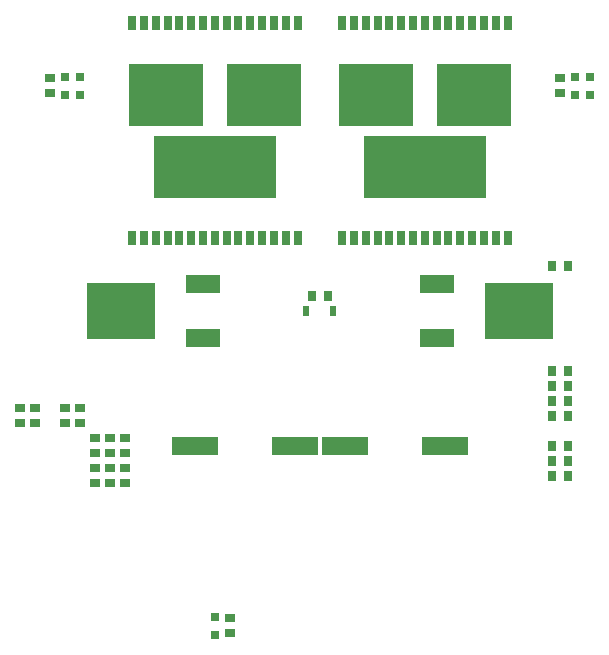
<source format=gbr>
G04 EAGLE Gerber RS-274X export*
G75*
%MOMM*%
%FSLAX34Y34*%
%LPD*%
%INSolderpaste Top*%
%IPPOS*%
%AMOC8*
5,1,8,0,0,1.08239X$1,22.5*%
G01*
%ADD10R,0.700000X0.900000*%
%ADD11R,0.900000X0.700000*%
%ADD12R,3.900000X1.600000*%
%ADD13R,0.630000X0.830000*%
%ADD14R,3.000000X1.600000*%
%ADD15R,5.715000X4.826000*%
%ADD16R,0.800000X0.800000*%
%ADD17R,0.670000X1.300000*%
%ADD18R,10.300000X5.250000*%
%ADD19R,6.230000X5.250000*%


D10*
X476400Y228600D03*
X463400Y228600D03*
X476400Y241300D03*
X463400Y241300D03*
X476400Y165100D03*
X463400Y165100D03*
X463400Y177800D03*
X476400Y177800D03*
D11*
X88900Y184300D03*
X88900Y171300D03*
X101600Y171300D03*
X101600Y184300D03*
X76200Y171300D03*
X76200Y184300D03*
X12700Y209700D03*
X12700Y196700D03*
X25400Y209700D03*
X25400Y196700D03*
D12*
X245700Y177800D03*
X160700Y177800D03*
D10*
X273200Y304800D03*
X260200Y304800D03*
D13*
X278200Y292100D03*
X255200Y292100D03*
D14*
X167400Y269300D03*
X167400Y314900D03*
D15*
X98420Y292100D03*
D14*
X366000Y314900D03*
X366000Y269300D03*
D15*
X434980Y292100D03*
D10*
X476400Y152400D03*
X463400Y152400D03*
X476400Y330200D03*
X463400Y330200D03*
X476400Y203200D03*
X463400Y203200D03*
X463400Y215900D03*
X476400Y215900D03*
D11*
X88900Y158900D03*
X88900Y145900D03*
X101600Y145900D03*
X101600Y158900D03*
X76200Y145900D03*
X76200Y158900D03*
X63500Y209700D03*
X63500Y196700D03*
X50800Y209700D03*
X50800Y196700D03*
D12*
X287700Y177800D03*
X372700Y177800D03*
D16*
X177800Y17900D03*
X177800Y32900D03*
X50800Y490100D03*
X50800Y475100D03*
X63500Y475100D03*
X63500Y490100D03*
X482600Y490100D03*
X482600Y475100D03*
X495300Y475100D03*
X495300Y490100D03*
D11*
X38100Y476100D03*
X38100Y489100D03*
X469900Y476100D03*
X469900Y489100D03*
X190500Y31900D03*
X190500Y18900D03*
D17*
X107800Y353500D03*
X117800Y353500D03*
X127800Y353500D03*
X137800Y353500D03*
X147800Y353500D03*
X157800Y353500D03*
X167800Y353500D03*
X177800Y353500D03*
X187800Y353500D03*
X197800Y353500D03*
X207800Y353500D03*
X217800Y353500D03*
X227800Y353500D03*
X237800Y353500D03*
X247800Y353500D03*
X107800Y535500D03*
X117800Y535500D03*
X127800Y535500D03*
X137800Y535500D03*
X147800Y535500D03*
X157800Y535500D03*
X167800Y535500D03*
X177800Y535500D03*
X187800Y535500D03*
X197800Y535500D03*
X207800Y535500D03*
X217800Y535500D03*
X227800Y535500D03*
X237800Y535500D03*
X247800Y535500D03*
D18*
X177800Y414000D03*
D19*
X136150Y475000D03*
X219450Y475000D03*
D17*
X285600Y353500D03*
X295600Y353500D03*
X305600Y353500D03*
X315600Y353500D03*
X325600Y353500D03*
X335600Y353500D03*
X345600Y353500D03*
X355600Y353500D03*
X365600Y353500D03*
X375600Y353500D03*
X385600Y353500D03*
X395600Y353500D03*
X405600Y353500D03*
X415600Y353500D03*
X425600Y353500D03*
X285600Y535500D03*
X295600Y535500D03*
X305600Y535500D03*
X315600Y535500D03*
X325600Y535500D03*
X335600Y535500D03*
X345600Y535500D03*
X355600Y535500D03*
X365600Y535500D03*
X375600Y535500D03*
X385600Y535500D03*
X395600Y535500D03*
X405600Y535500D03*
X415600Y535500D03*
X425600Y535500D03*
D18*
X355600Y414000D03*
D19*
X313950Y475000D03*
X397250Y475000D03*
M02*

</source>
